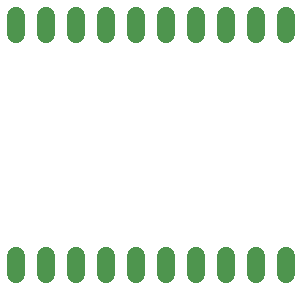
<source format=gbl>
G75*
G70*
%OFA0B0*%
%FSLAX24Y24*%
%IPPOS*%
%LPD*%
%AMOC8*
5,1,8,0,0,1.08239X$1,22.5*
%
%ADD10C,0.0600*%
D10*
X000830Y000610D02*
X000830Y001210D01*
X001830Y001210D02*
X001830Y000610D01*
X002830Y000610D02*
X002830Y001210D01*
X003830Y001210D02*
X003830Y000610D01*
X004830Y000610D02*
X004830Y001210D01*
X005830Y001210D02*
X005830Y000610D01*
X006830Y000610D02*
X006830Y001210D01*
X007830Y001210D02*
X007830Y000610D01*
X008830Y000610D02*
X008830Y001210D01*
X009830Y001210D02*
X009830Y000610D01*
X009830Y008610D02*
X009830Y009210D01*
X008830Y009210D02*
X008830Y008610D01*
X007830Y008610D02*
X007830Y009210D01*
X006830Y009210D02*
X006830Y008610D01*
X005830Y008610D02*
X005830Y009210D01*
X004830Y009210D02*
X004830Y008610D01*
X003830Y008610D02*
X003830Y009210D01*
X002830Y009210D02*
X002830Y008610D01*
X001830Y008610D02*
X001830Y009210D01*
X000830Y009210D02*
X000830Y008610D01*
M02*

</source>
